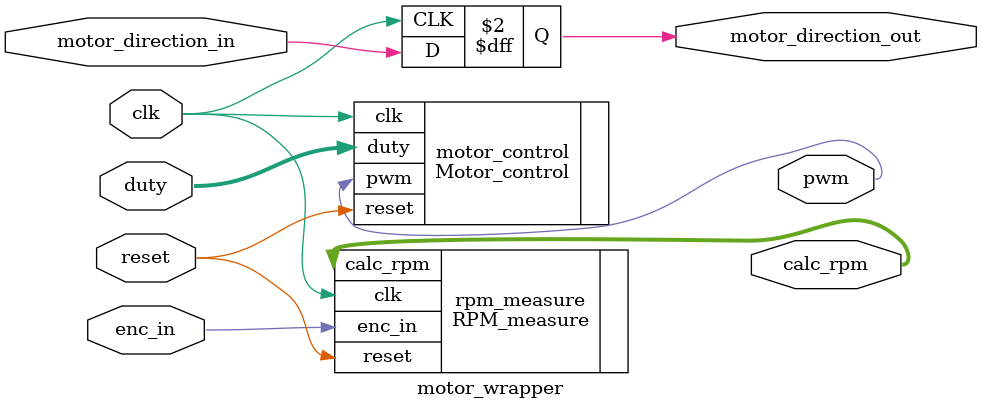
<source format=v>
module motor_wrapper #(	parameter integer 			duty_width = 8,
						parameter integer           clk_freq = 100_000_000
						)
						(
							input           				clk,
							input           				reset,
							input  [duty_width - 1:0]    	duty,
							output           				pwm,

							//RPM_measure
							input   enc_in,
							output  [31:0] calc_rpm,
							
							//Direction Control
							input	motor_direction_in,
							output reg	motor_direction_out
						);

always @(posedge clk)
	motor_direction_out <= motor_direction_in;

Motor_control #(.duty_width(duty_width)
				)
				motor_control
				(
					.clk(clk),
					.reset(reset),
					.duty(duty),
					.pwm(pwm)
				);
	
	
RPM_measure #(.clk_freq(clk_freq))
            rpm_measure (
					.clk(clk),
					.reset(reset),
					.enc_in(enc_in),
					.calc_rpm(calc_rpm)
			); 
			
endmodule
</source>
